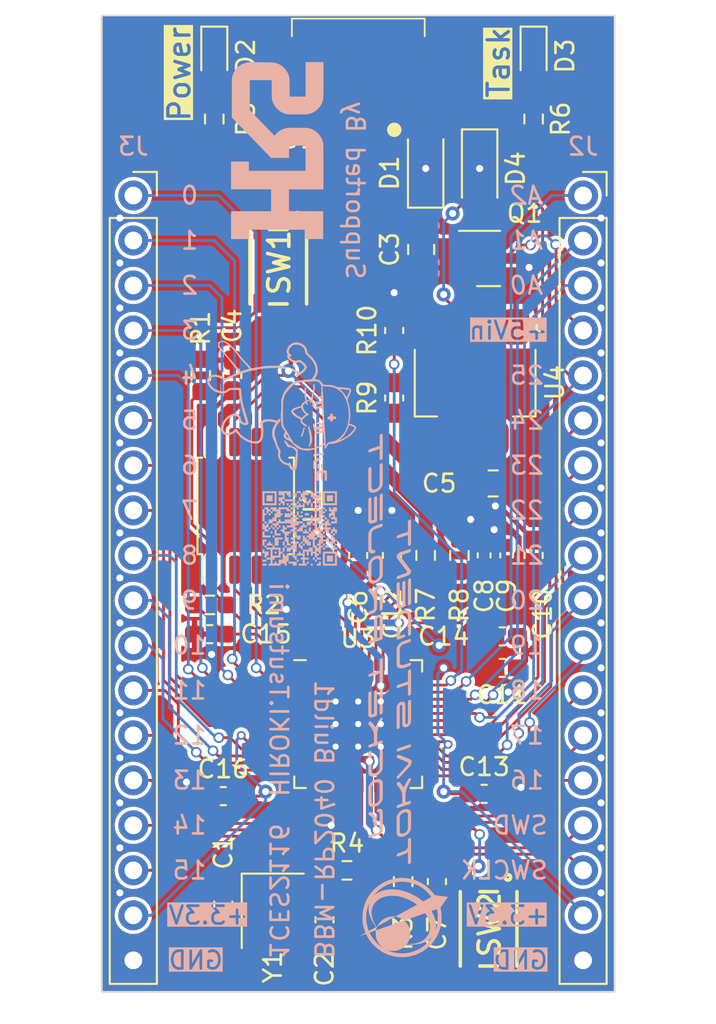
<source format=kicad_pcb>
(kicad_pcb (version 20240108) (generator "pcbnew") (generator_version "8.0")
  (layers (0 "F.Cu" signal) (31 "B.Cu" signal) (34 "B.Paste" user) (35 "F.Paste" user) (36 "B.SilkS" user "B.Silkscreen") (37 "F.SilkS" user "F.Silkscreen") (38 "B.Mask" user) (39 "F.Mask" user) (44 "Edge.Cuts" user))
  (net 0 "")
  (net 1 "XIN")
  (net 2 "GND")
  (net 3 "Net-(C2-Pad1)")
  (net 4 "+3.3V")
  (net 5 "+1V1")
  (net 6 "Net-(D2-A)")
  (net 7 "/~{USB_BOOT}")
  (net 8 "/QSPI_SS")
  (net 9 "RUN")
  (net 10 "XOUT")
  (net 11 "USB_DP")
  (net 12 "USB_DM")
  (net 13 "GPIO25")
  (net 14 "QSPI_SD1")
  (net 15 "QSPI_SD2")
  (net 16 "QSPI_SD0")
  (net 17 "QSPI_SCLK")
  (net 18 "QSPI_SD3")
  (net 19 "GPIO0")
  (net 20 "GPIO1")
  (net 21 "GPIO2")
  (net 22 "GPIO3")
  (net 23 "GPIO4")
  (net 24 "GPIO5")
  (net 25 "GPIO6")
  (net 26 "GPIO7")
  (net 27 "GPIO8")
  (net 28 "GPIO9")
  (net 29 "GPIO10")
  (net 30 "GPIO11")
  (net 31 "GPIO12")
  (net 32 "GPIO13")
  (net 33 "GPIO14")
  (net 34 "GPIO15")
  (net 35 "SWCLK")
  (net 36 "SWD")
  (net 37 "GPIO16")
  (net 38 "GPIO17")
  (net 39 "GPIO18")
  (net 40 "GPIO19")
  (net 41 "GPIO20")
  (net 42 "GPIO21")
  (net 43 "GPIO22")
  (net 44 "GPIO23")
  (net 45 "GPIO24")
  (net 46 "GPIO26_ADC0")
  (net 47 "GPIO27_ADC1")
  (net 48 "GPIO28_ADC2")
  (net 49 "GPIO29_ADC3")
  (net 50 "Net-(U3-USB_DP)")
  (net 51 "Net-(U3-USB_DM)")
  (net 53 "Net-(D3-A)")
  (net 54 "+5V")
  (net 55 "/PchSource-Vin")
  (net 56 "/PchGate-VBUS")
  (footprint "Connector_PinSocket_2.54mm:PinSocket_1x18_P2.54mm_Vertical" (layer "F.Cu") (at 182.88 66.04)
    (property "Reference" "J2")
    (property "Value" "Conn_01x20_Socket")
  )
  (footprint "Diode_SMD:D_SOD-123F" (layer "F.Cu") (at 177.038 64.516 -90)
    (property "Reference" "D4")
    (property "Value" "D_Schottky")
  )
  (footprint "Capacitor_SMD:C_0402_1005Metric_Pad0.74x0.62mm_HandSolder" (layer "F.Cu") (at 178.562 86.36 90)
    (property "Reference" "C9")
    (property "Value" "1u")
  )
  (footprint "LED_SMD:LED_0603_1608Metric_Pad1.05x0.95mm_HandSolder" (layer "F.Cu") (at 180.086 58.166 -90)
    (property "Reference" "D3")
    (property "Value" "LED")
  )
  (footprint "Capacitor_SMD:C_0603_1608Metric_Pad1.08x0.95mm_HandSolder" (layer "F.Cu") (at 172.212 73.66 90)
    (property "Reference" "R10")
    (property "Value" "10k")
  )
  (footprint "Capacitor_SMD:C_0603_1608Metric_Pad1.08x0.95mm_HandSolder" (layer "F.Cu") (at 162.56 99.949 180)
    (property "Reference" "C16")
    (property "Value" "0.1u")
  )
  (footprint "Package_TO_SOT_SMD:SOT-223" (layer "F.Cu") (at 176.784 76.606 -90)
    (property "Reference" "U4")
    (property "Value" "AZ1117-3.3")
  )
  (footprint "Resistor_SMD:R_0603_1608Metric_Pad0.98x0.95mm_HandSolder" (layer "F.Cu") (at 162.052 61.722 90)
    (property "Reference" "R5")
    (property "Value" "100")
  )
  (footprint "Resistor_SMD:R_0603_1608Metric_Pad0.98x0.95mm_HandSolder" (layer "F.Cu") (at 180.086 61.722 90)
    (property "Reference" "R6")
    (property "Value" "100")
  )
  (footprint "Capacitor_SMD:C_0805_2012Metric_Pad1.18x1.45mm_HandSolder" (layer "F.Cu") (at 177.8 82.296 180)
    (property "Reference" "C5")
    (property "Value" "10u")
  )
  (footprint "Capacitor_SMD:C_0603_1608Metric_Pad1.08x0.95mm_HandSolder" (layer "F.Cu") (at 161.798 90.805 180)
    (property "Reference" "C15")
    (property "Value" "0.1u")
  )
  (footprint "Resistor_SMD:R_0603_1608Metric_Pad0.98x0.95mm_HandSolder" (layer "F.Cu") (at 169.545 104.14 180)
    (property "Reference" "R4")
    (property "Value" "~100Max")
  )
  (footprint "Capacitor_SMD:C_0603_1608Metric_Pad1.08x0.95mm_HandSolder" (layer "F.Cu") (at 172.085 86.36 90)
    (property "Reference" "C12")
    (property "Value" "0.1u")
  )
  (footprint "Package_SO:SOIC-8_5.23x5.23mm_P1.27mm" (layer "F.Cu") (at 163.83 83.566 90)
    (property "Reference" "U2")
    (property "Value" "W25Q128JVS")
  )
  (footprint "Capacitor_SMD:C_0603_1608Metric_Pad1.08x0.95mm_HandSolder" (layer "F.Cu") (at 178.308 90.932)
    (property "Reference" "C14")
    (property "Value" "0.1u")
  )
  (footprint "SKRPACE010:SMT_4.2X3.2_" (layer "F.Cu") (at 177.546 107.442 -90)
    (property "Reference" "SW2")
    (property "Value" "SW_MEC_5E" (hide yes))
  )
  (footprint "Capacitor_SMD:C_0603_1608Metric_Pad1.08x0.95mm_HandSolder" (layer "F.Cu") (at 162.56 106.045 -90)
    (property "Reference" "C1")
    (property "Value" "10p")
  )
  (footprint "Capacitor_SMD:C_0603_1608Metric_Pad1.08x0.95mm_HandSolder" (layer "F.Cu") (at 168.275 106.934 90)
    (property "Reference" "C2")
    (property "Value" "10p")
  )
  (footprint "Capacitor_SMD:C_0402_1005Metric_Pad0.74x0.62mm_HandSolder" (layer "F.Cu") (at 177.292 86.36 -90)
    (property "Reference" "C8")
    (property "Value" "1u")
  )
  (footprint "ZX62-B-5PA(33):ZX62B5PA33" (layer "F.Cu") (at 170.185 58.928 180)
    (property "Reference" "J1")
    (property "Value" "USB_B_Micro")
  )
  (footprint "AO3415A:SOT-23" (layer "F.Cu") (at 177.546 69.596)
    (property "Reference" "Q1")
    (property "Value" "PMOS")
  )
  (footprint "Diode_SMD:D_SOD-123F" (layer "F.Cu") (at 173.99 64.516 90)
    (property "Reference" "D1")
    (property "Value" "D_Schottky")
  )
  (footprint "Capacitor_SMD:C_0603_1608Metric_Pad1.08x0.95mm_HandSolder" (layer "F.Cu") (at 177.292 99.822)
    (property "Reference" "C13")
    (property "Value" "0.1u")
  )
  (footprint "Connector_PinSocket_2.54mm:PinSocket_1x18_P2.54mm_Vertical" (layer "F.Cu") (at 157.48 66.04)
    (property "Reference" "J3")
    (property "Value" "Conn_01x20_Socket")
  )
  (footprint "Resistor_SMD:R_0603_1608Metric_Pad0.98x0.95mm_HandSolder" (layer "F.Cu") (at 175.895 86.36 -90)
    (property "Reference" "R8")
    (property "Value" "27.4")
  )
  (footprint "Capacitor_SMD:C_0603_1608Metric_Pad1.08x0.95mm_HandSolder" (layer "F.Cu") (at 172.212 77.47 90)
    (property "Reference" "R9")
    (property "Value" "10k")
  )
  (footprint "RP2040_minimal:RP2040-QFN-56" (layer "F.Cu") (at 170.18 95.8816)
    (property "Reference" "U3")
    (property "Value" "RP2040")
  )
  (footprint "Resistor_SMD:R_0603_1608Metric_Pad0.98x0.95mm_HandSolder" (layer "F.Cu") (at 173.99 86.36 -90)
    (property "Reference" "R7")
    (property "Value" "27.4")
  )
  (footprint "Capacitor_SMD:C_0603_1608Metric_Pad1.08x0.95mm_HandSolder" (layer "F.Cu") (at 174.625 104.775 90)
    (property "Reference" "C7")
    (property "Value" "0.1u")
  )
  (footprint "Capacitor_SMD:C_0603_1608Metric_Pad1.08x0.95mm_HandSolder" (layer "F.Cu") (at 180.086 86.36 90)
    (property "Reference" "C10")
    (property "Value" "0.1u")
  )
  (footprint "Resistor_SMD:R_0603_1608Metric_Pad0.98x0.95mm_HandSolder" (layer "F.Cu") (at 172.72 104.775 -90)
    (property "Reference" "R3")
    (property "Value" "10k")
  )
  (footprint "LED_SMD:LED_0603_1608Metric_Pad1.05x0.95mm_HandSolder" (layer "F.Cu") (at 162.052 58.166 -90)
    (property "Reference" "D2")
    (property "Value" "LED")
  )
  (footprint "SKRPACE010:SMT_4.2X3.2_" (layer "F.Cu") (at 165.667 70.061 -90)
    (property "Reference" "SW1")
    (property "Value" "SW_MEC_5E" (hide yes))
  )
  (footprint "Capacitor_SMD:C_0603_1608Metric_Pad1.08x0.95mm_HandSolder" (layer "F.Cu") (at 178.308 92.71)
    (property "Reference" "C11")
    (property "Value" "0.1u")
  )
  (footprint "Resistor_SMD:R_0603_1608Metric_Pad0.98x0.95mm_HandSolder" (layer "F.Cu") (at 161.798 89.154)
    (property "Reference" "R2")
    (property "Value" "Do Not Fit")
  )
  (footprint "Capacitor_SMD:C_0805_2012Metric_Pad1.18x1.45mm_HandSolder" (layer "F.Cu") (at 173.736 69.088 90)
    (property "Reference" "C3")
    (property "Value" "10u")
  )
  (footprint "Crystal:Crystal_SMD_SeikoEpson_FA238V-4Pin_3.2x2.5mm" (layer "F.Cu") (at 165.354 106.426 -90)
    (property "Reference" "Y1")
    (property "Value" "Crystal_GND24")
  )
  (footprint "Capacitor_SMD:C_0603_1608Metric_Pad1.08x0.95mm_HandSolder" (layer "F.Cu") (at 163.068 76.2 -90)
    (property "Reference" "C4")
    (property "Value" "0.1u")
  )
  (footprint "Resistor_SMD:R_0603_1608Metric_Pad0.98x0.95mm_HandSolder" (layer "F.Cu") (at 161.29 76.2 -90)
    (property "Reference" "R1")
    (property "Value" "1k")
  )
  (footprint "Capacitor_SMD:C_0603_1608Metric_Pad1.08x0.95mm_HandSolder" (layer "F.Cu") (at 170.18 86.36 -90)
    (property "Reference" "C6")
    (property "Value" "0.1u")
  )
  (footprint "LOGO" (layer "B.Cu") (at 166.878 84.836 180)
    (property "Reference" "G***" (hide yes))
    (property "Value" "LOGO" (hide yes))
  )
  (footprint "LOGO" (layer "B.Cu") (at 172.72 94.234 90)
    (property "Reference" "G***" (hide yes))
    (property "Value" "LOGO" (hide yes))
  )
  (footprint "LOGO" (layer "B.Cu") (at 166.116 77.978 90)
    (property "Reference" "G***" (hide yes))
    (property "Value" "LOGO" (hide yes))
  )
  (footprint "LOGO" (layer "B.Cu") (at 165.608 63.5 90)
    (property "Reference" "G***" (hide yes))
    (property "Value" "LOGO" (hide yes))
  )
  (gr_rect (start 155.702 55.88) (end 184.658 110.998) (stroke (width 0.1)) (fill none) (layer "Edge.Cuts"))
  (gr_text "A0" (at 179.705 71.12 0) (layer "B.SilkS") (effects (font (size 1 1) (thickness 0.15) (italic yes)) (justify mirror)))
  (gr_text "+3.3V" (at 180.975 106.68 0) (layer "B.SilkS" knockout) (effects (font (size 1 1)) (justify left mirror)))
  (gr_text "11" (at 160.655 93.98 0) (layer "B.SilkS") (effects (font (size 1 1)) (justify mirror)))
  (gr_text "8" (at 160.655 86.36 0) (layer "B.SilkS") (effects (font (size 1 1)) (justify mirror)))
  (gr_text "SWD" (at 180.975 101.6 0) (layer "B.SilkS") (effects (font (size 1 1)) (justify left mirror)))
  (gr_text "20" (at 179.705 88.9 0) (layer "B.SilkS") (effects (font (size 1 1)) (justify mirror)))
  (gr_text "17" (at 179.705 96.52 0) (layer "B.SilkS") (effects (font (size 1 1)) (justify mirror)))
  (gr_text "25" (at 179.705 76.2 0) (layer "B.SilkS") (effects (font (size 1 1)) (justify mirror)))
  (gr_text "GND" (at 159.385 109.22 0) (layer "B.SilkS" knockout) (effects (font (size 1 1)) (justify right mirror)))
  (gr_text "2" (at 160.655 71.12 0) (layer "B.SilkS") (effects (font (size 1 1)) (justify mirror)))
  (gr_text "+5Vin" (at 180.975 73.66 0) (layer "B.SilkS" knockout) (effects (font (size 1 1)) (justify left mirror)))
  (gr_text "A1" (at 179.705 68.58 0) (layer "B.SilkS") (effects (font (size 1 1) (thickness 0.15) (italic yes)) (justify mirror)))
  (gr_text "13\n" (at 160.655 99.06 0) (layer "B.SilkS") (effects (font (size 1 1)) (justify mirror)))
  (gr_text "7" (at 160.655 83.82 0) (layer "B.SilkS") (effects (font (size 1 1)) (justify mirror)))
  (gr_text "GND" (at 180.975 109.22 0) (layer "B.SilkS" knockout) (effects (font (size 1 1)) (justify left mirror)))
  (gr_text "24" (at 179.705 78.74 0) (layer "B.SilkS") (effects (font (size 1 1)) (justify mirror)))
  (gr_text "10" (at 160.655 91.44 0) (layer "B.SilkS") (effects (font (size 1 1)) (justify mirror)))
  (gr_text "6" (at 160.655 81.28 0) (layer "B.SilkS") (effects (font (size 1 1)) (justify mirror)))
  (gr_text "SWCLK" (at 180.975 104.14 0) (layer "B.SilkS") (effects (font (size 1 1)) (justify left mirror)))
  (gr_text "5" (at 160.655 78.74 0) (layer "B.SilkS") (effects (font (size 1 1)) (justify mirror)))
  (gr_text "4" (at 160.655 76.2 0) (layer "B.SilkS") (effects (font (size 1 1)) (justify mirror)))
  (gr_text "22" (at 179.705 83.82 0) (layer "B.SilkS") (effects (font (size 1 1)) (justify mirror)))
  (gr_text "1CES2116  HIROKI.Tsutsumi" (at 165.1 109.22 270) (layer "B.SilkS") (effects (font (size 1 1)) (justify left bottom mirror)))
  (gr_text "+3.3V" (at 159.385 106.68 0) (layer "B.SilkS" knockout) (effects (font (size 1 1)) (justify right mirror)))
  (gr_text "12" (at 160.655 96.52 0) (layer "B.SilkS") (effects (font (size 1 1)) (justify mirror)))
  (gr_text "21" (at 179.705 86.36 0) (layer "B.SilkS") (effects (font (size 1 1)) (justify mirror)))
  (gr_text "A2" (at 179.705 66.04 0) (layer "B.SilkS") (effects (font (size 1 1) (thickness 0.15) (italic yes)) (justify mirror)))
  (gr_text "3" (at 160.655 73.66 0) (layer "B.SilkS") (effects (font (size 1 1)) (justify mirror)))
  (gr_text "1" (at 160.655 68.58 0) (layer "B.SilkS") (effects (font (size 1 1)) (justify mirror)))
  (gr_text "19" (at 179.705 91.44 0) (layer "B.SilkS") (effects (font (size 1 1)) (justify mirror)))
  (gr_text "16" (at 179.705 99.06 0) (layer "B.SilkS") (effects (font (size 1 1)) (justify mirror)))
  (gr_text "18" (at 179.705 93.98 0) (layer "B.SilkS") (effects (font (size 1 1)) (justify mirror)))
  (gr_text "15" (at 160.655 104.14 0) (layer "B.SilkS") (effects (font (size 1 1)) (justify mirror)))
  (gr_text "23" (at 179.705 81.28 0) (layer "B.SilkS") (effects (font (size 1 1)) (justify mirror)))
  (gr_text "0" (at 160.655 66.04 0) (layer "B.SilkS") (effects (font (size 1 1)) (justify mirror)))
  (gr_text "BBM-RP2040 Build1" (at 167.64 109.22 -90) (layer "B.SilkS") (effects (font (size 1 1)) (justify left bottom mirror)))
  (gr_text "9" (at 160.655 88.9 0) (layer "B.SilkS") (effects (font (size 1 1)) (justify mirror)))
  (gr_text "14" (at 160.655 101.6 0) (layer "B.SilkS") (effects (font (size 1 1)) (justify mirror)))
  (gr_text "Supported By" (at 169.418 70.866 270) (layer "B.SilkS") (effects (font (size 1 1)) (justify left bottom mirror)))
  (gr_text "Power" (at 160.782 59.182 90) (layer "F.SilkS" knockout) (effects (font (size 1.2 1.2) (thickness 0.1875)) (justify bottom)))
  (gr_text "Task" (at 178.816 60.628965 90) (layer "F.SilkS" knockout) (effects (font (size 1.2 1.2) (thickness 0.1875)) (justify left bottom)))
  (segment (start 169.58 101.565) (end 167.513 103.632) (width 0.16) (layer "F.Cu") (net 1))
  (segment (start 164.973 103.632) (end 164.404 104.201) (width 0.16) (layer "F.Cu") (net 1))
  (segment (start 169.58 99.3191) (end 169.58 101.565) (width 0.16) (layer "F.Cu") (net 1))
  (segment (start 162.6035 105.226) (end 162.56 105.1825) (width 0.16) (layer "F.Cu") (net 1))
  (segment (start 167.513 103.632) (end 164.973 103.632) (width 0.16) (layer "F.Cu") (net 1))
  (segment (start 164.404 104.201) (end 164.404 105.226) (width 0.16) (layer "F.Cu") (net 1))
  (segment (start 164.404 105.226) (end 162.6035 105.226) (width 0.16) (layer "F.Cu") (net 1))
  (segment (start 178.1545 83.566) (end 180.086 85.4975) (width 0.25) (layer "F.Cu") (net 2))
  (segment (start 178.562 85.609454) (end 178.562 85.7925) (width 0.16) (layer "F.Cu") (net 2))
  (segment (start 168.885 60.878) (end 168.885 59.715) (width 0.16) (layer "F.Cu") (net 2))
  (segment (start 176.531043 84.328) (end 177.292 85.088957) (width 0.16) (layer "F.Cu") (net 2))
  (segment (start 168.91 58.278) (end 168.985 58.203) (width 0.16) (layer "F.Cu") (net 2))
  (segment (start 179.012462 99.822) (end 178.1545 99.822) (width 0.16) (layer "F.Cu") (net 2))
  (segment (start 166.116 89.408) (end 165.735 89.027) (width 0.16) (layer "F.Cu") (net 2))
  (segment (start 179.1705 93.56573) (end 179.1705 92.71) (width 0.16) (layer "F.Cu") (net 2))
  (segment (start 179.376721 99.457741) (end 179.012462 99.822) (width 0.16) (layer "F.Cu") (net 2))
  (segment (start 165.735 89.027) (end 165.735 87.42) (width 0.16) (layer "F.Cu") (net 2))
  (segment (start 179.578 92.3025) (end 179.197 92.6835) (width 0.4) (layer "F.Cu") (net 2))
  (segment (start 178.659115 94.077115) (end 179.1705 93.56573) (width 0.16) (layer "F.Cu") (net 2))
  (segment (start 179.197 90.9585) (end 179.578 91.3395) (width 0.4) (layer "F.Cu") (net 2))
  (segment (start 177.857773 84.905227) (end 178.562 85.609454) (width 0.16) (layer "F.Cu") (net 2))
  (segment (start 168.91 59.055) (end 168.91 58.278) (width 0.16) (layer "F.Cu") (net 2))
  (segment (start 179.578 91.3395) (end 179.578 92.3025) (width 0.4) (layer "F.Cu") (net 2))
  (segment (start 179.197 92.6835) (end 179.1705 92.71) (width 0.16) (layer "F.Cu") (net 2))
  (segment (start 172.212 72.7975) (end 172.212 71.5264) (width 0.16) (layer "F.Cu") (net 2))
  (segment (start 170.18 85.4975) (end 170.18 83.82) (width 0.16) (layer "F.Cu") (net 2))
  (segment (start 176.7625 82.4015) (end 177.927 83.566) (width 0.16) (layer "F.Cu") (net 2))
  (segment (start 179.1705 90.932) (end 179.197 90.9585) (width 0.16) (layer "F.Cu") (net 2))
  (segment (start 169.18 101.076) (end 168.656 101.6) (width 0.16) (layer "F.Cu") (net 2))
  (segment (start 169.18 99.3191) (end 169.18 101.076) (width 0.16) (layer "F.Cu") (net 2))
  (segment (start 176.7625 82.296) (end 176.7625 82.4015) (width 0.16) (layer "F.Cu") (net 2))
  (segment (start 177.927 83.566) (end 178.1545 83.566) (width 0.25) (layer "F.Cu") (net 2))
  (segment (start 177.292 85.088957) (end 177.292 85.7925) (width 0.16) (layer "F.Cu") (net 2))
  (segment (start 172.085 85.4975) (end 172.085 83.82) (width 0.16) (layer "F.Cu") (net 2))
  (segment (start 168.885 60.878) (end 168.885 62.459) (width 0.16) (layer "F.Cu") (net 2))
  (via (at 168.656 101.6) (size 0.6) (drill 0.4) (layers "F.Cu" "B.Cu") (net 2))
  (via (at 183.896 100.33) (size 0.6) (drill 0.4) (layers "F.Cu" "B.Cu") (net 2))
  (via (at 156.718 95.25) (size 0.6) (drill 0.4) (layers "F.Cu" "B.Cu") (net 2))
  (via (at 183.896 69.85) (size 0.6) (drill 0.4) (layers "F.Cu" "B.Cu") (net 2))
  (via (at 183.896 92.71) (size 0.6) (drill 0.4) (layers "F.Cu" "B.Cu") (net 2))
  (via (at 160.4772 99.1616) (size 0.8) (drill 0.4) (layers "F.Cu" "B.Cu") (net 2))
  (via (at 156.718 69.85) (size 0.6) (drill 0.4) (layers "F.Cu" "B.Cu") (net 2))
  (via (at 183.896 77.47) (size 0.6) (drill 0.4) (layers "F.Cu" "B.Cu") (net 2))
  (via (at 156.718 90.17) (size 0.6) (drill 0.4) (layers "F.Cu" "B.Cu") (net 2))
  (via (at 183.896 90.17) (size 0.6) (drill 0.4) (layers "F.Cu" "B.Cu") (net 2))
  (via (at 156.718 102.87) (size 0.6) (drill 0.4) (layers "F.Cu" "B.Cu") (net 2))
  (via (at 179.832 70.104) (size 0.6) (drill 0.4) (layers "F.Cu" "B.Cu") (net 2))
  (via (at 183.896 72.39) (size 0.6) (drill 0.4) (layers "F.Cu" "B.Cu") (net 2))
  (via (at 156.718 77.47) (size 0.6) (drill 0.4) (layers "F.Cu" "B.Cu") (net 2))
  (via (at 177.857773 84.905227) (size 0.6) (drill 0.4) (layers "F.Cu" "B.Cu") (net 2))
  (via (at 183.896 95.25) (size 0.6) (drill 0.4) (layers "F.Cu" "B.Cu") (net 2))
  (via (at 172.212 71.5264) (size 0.6) (drill 0.4) (layers "F.Cu" "B.Cu") (net 2))
  (via (at 156.718 80.01) (size 0.6) (drill 0.4) (layers "F.Cu" "B.Cu") (net 2))
  (via (at 177.927 83.566) (size 0.6) (drill 0.4) (layers "F.Cu" "B.Cu") (net 2))
  (via (at 156.718 92.71) (size 0.6) (drill 0.4) (layers "F.Cu" "B.Cu") (net 2))
  (via (at 179.376721 99.457741) (size 0.6) (drill 0.4) (layers "F.Cu" "B.Cu") (net 2))
  (via (at 156.718 85.09) (size 0.6) (drill 0.4) (layers "F.Cu" "B.Cu") (net 2))
  (via (at 183.896 105.41) (size 0.6) (drill 0.4) (layers "F.Cu" "B.Cu") (net 2))
  (via (at 178.659115 94.077115) (size 0.6) (drill 0.4) (layers "F.Cu" "B.Cu") (net 2))
  (via (at 156.718 87.63) (size 0.6) (drill 0.4) (layers "F.Cu" "B.Cu") (net 2))
  (via (at 156.718 74.93) (size 0.6) (drill 0.4) (layers "F.Cu" "B.Cu") (net 2))
  (via (at 176.531043 84.328) (size 0.6) (drill 0.4) (layers "F.Cu" "B.Cu") (net 2))
  (via (at 156.718 72.39) (size 0.6) (drill 0.4) (layers "F.Cu" "B.Cu") (net 2))
  (via (at 156.718 100.33) (size 0.6) (drill 0.4) (layers "F.Cu" "B.Cu") (net 2))
  (via (at 156.718 82.55) (size 0.6) (drill 0.4) (layers "F.Cu" "B.Cu") (net 2))
  (via (at 183.896 87.63) (size 0.6) (drill 0.4) (layers "F.Cu" "B.Cu") (net 2))
  (via (at 166.116 89.408) (size 0.8) (drill 0.4) (layers "F.Cu" "B.Cu") (net 2))
  (via (at 183.896 102.87) (size 0.6) (drill 0.4) (layers "F.Cu" "B.Cu") (net 2))
  (via (at 156.718 105.41) (size 0.6) (drill 0.4) (layers "F.Cu" "B.Cu") (net 2))
  (via (at 183.896 80.01) (size 0.6) (drill 0.4) (layers "F.Cu" "B.Cu") (net 2))
  (via (at 183.896 85.09) (size 0.6) (drill 0.4) (layers "F.Cu" "B.Cu") (net 2))
  (via (at 183.896 74.93) (size 0.6) (drill 0.4) (layers "F.Cu" "B.Cu") (net 2))
  (via (at 173.99 64.516) (size 0.8) (drill 0.4) (layers "F.Cu" "B.Cu") (net 2))
  (via (at 183.896 97.79) (size 0.6) (drill 0.4) (layers "F.Cu" "B.Cu") (net 2))
  (via (at 177.038 64.516) (size 0.8) (drill 0.4) (layers "F.Cu" "B.Cu") (net 2))
  (via (at 161.8996 91.948) (size 0.6) (drill 0.4) (layers "F.Cu" "B.Cu") (net 2))
  (via (at 170.18 83.82) (size 0.8) (drill 0.4) (layers "F.Cu" "B.Cu") (net 2))
  (via (at 172.085 83.82) (size 0.8) (drill 0.4) (layers "F.Cu" "B.Cu") (net 2))
  (via (at 183.896 67.31) (size 0.6) (drill 0.4) (layers "F.Cu" "B.Cu") (net 2))
  (via (at 156.718 97.79) (size 0.6) (drill 0.4) (layers "F.Cu" "B.Cu") (net 2))
  (via (at 156.718 67.31) (size 0.6) (drill 0.4) (layers "F.Cu" "B.Cu") (net 2))
  (via (at 183.896 82.55) (size 0.6) (drill 0.4) (layers "F.Cu" "B.Cu") (net 2))
  (segment (start 170.4575 105.614) (end 168.275 107.7965) (width 0.16) (layer "F.Cu") (net 3))
  (segment (start 170.4575 104.14) (end 170.4575 105.614) (width 0.16) (layer "F.Cu") (net 3))
  (segment (start 168.275 107.7965) (end 166.4745 107.7965) (width 0.16) (layer "F.Cu") (net 3))
  (segment (start 166.4745 107.7965) (end 166.304 107.626) (width 0.16) (layer "F.Cu") (net 3))
  (segment (start 170.38 98.752) (end 170.18 98.552) (width 0.16) (layer "F.Cu") (net 4))
  (segment (start 161.0095 89.154) (end 162.6605 90.805) (width 0.16) (layer "F.Cu") (net 4))
  (segment (start 172.085 88.519) (end 172.085 87.2225) (width 0.16) (layer "F.Cu") (net 4))
  (segment (start 170.38 92.4441) (end 170.38 93.2148) (width 0.16) (layer "F.Cu") (net 4))
  (segment (start 163.576 96.52) (end 163.9376 96.8816) (width 0.16) (layer "F.Cu") (net 4))
  (segment (start 168.148 66.548) (end 166.0125 64.4125) (width 0.25) (layer "F.Cu") (net 4))
  (segment (start 163.2185 64.4125) (end 162.052 63.246) (width 0.25) (layer "F.Cu") (net 4))
  (segment (start 164.465 90.805) (end 162.6605 90.805) (width 0.16) (layer "F.Cu") (net 4))
  (segment (start 173.8376 91.44) (end 172.8335 92.4441) (width 0.16) (layer "F.Cu") (net 4))
  (segment (start 172.8735 78.3325) (end 172.212 78.3325) (width 1) (layer "F.Cu") (net 4))
  (segment (start 170.38 98.814908) (end 170.38 99.3191) (width 0.16) (layer "F.Cu") (net 4))
  (segment (start 171.175 89.429) (end 171.175 88.667) (width 0.16) (layer "F.Cu") (net 4))
  (segment (start 175.006 92.71) (end 177.4455 92.71) (width 0.16) (layer "F.Cu") (net 4))
  (segment (start 164.973 76.2) (end 164.1105 77.0625) (width 0.16) (layer "F.Cu") (net 4))
  (segment (start 170.38 99.3191) (end 170.38 102.054) (width 0.16) (layer "F.Cu") (net 4))
  (segment (start 167.246692 96.8816) (end 166.7425 96.8816) (width 0.16) (layer "F.Cu") (net 4))
  (segment (start 165.1 91.44) (end 164.465 90.805) (width 0.16) (layer "F.Cu") (net 4))
  (segment (start 172.78 92.4441) (end 172.38 92.4441) (width 0.16) (layer "F.Cu") (net 4))
  (segment (start 175.514 67.056) (end 176.4 66.17) (width 0.16) (layer "F.Cu") (net 4))
  (segment (start 173.13705 93.2816) (end 172.78 92.92455) (width 0.16) (layer "F.Cu") (net 4))
  (segment (start 161.754 80.22) (end 161.925 80.22) (width 0.16) (layer "F.Cu") (net 4))
  (segment (start 172.8335 92.4441) (end 172.78 92.4441) (width 0.16) (layer "F.Cu") (net 4))
  (segment (start 175.006 92.71) (end 175.006 92.964) (width 0.16) (layer "F.Cu") (net 4))
  (segment (start 164.1105 77.0625) (end 163.068 77.0625) (width 0.16) (layer "F.Cu") (net 4))
  (segment (start 175.006 71.628) (end 175.006 71.78) (width 0.16) (layer "F.Cu") (net 4))
  (segment (start 175.26 97.028) (end 175.1136 96.8816) (width 0.16) (layer "F.Cu") (net 4))
  (segment (start 176.784 73.304) (end 176.784 74.422) (width 1) (layer "F.Cu") (net 4))
  (segment (start 173.863 90.7542) (end 175.9458 90.7542) (width 0.16) (layer "F.Cu") (net 4))
  (segment (start 170.38 102.054) (end 172.1885 103.8625) (width 0.16) (layer "F.Cu") (net 4))
  (segment (start 172.38 92.2372) (end 173.863 90.7542) (width 0.16) (layer "F.Cu") (net 4))
  (segment (start 161.925 78.2055) (end 163.068 77.0625) (width 0.25) (layer "F.Cu") (net 4))
  (segment (start 161.925 80.22) (end 161.925 78.2055) (width 0.25) (layer "F.Cu") (net 4))
  (segment (start 164.6936 99.949) (end 163.4225 99.949) (width 0.16) (layer "F.Cu") (net 4))
  (segment (start 174.752 91.44) (end 176.9375 91.44) (width 0.16) (layer "F.Cu") (net 4))
  (segment (start 160.8855 89.154) (end 161.0095 89.154) (width 0.16) (layer "F.Cu") (net 4))
  (segment (start 173.6175 93.2816) (end 173.13705 93.2816) (width 0.16) (layer "F.Cu") (net 4))
  (segment (start 170.8 92.4241) (end 170.8 90.644) (width 0.16) (layer "F.Cu") (net 4))
  (segment (start 174.752 91.44) (end 173.8376 91.44) (width 0.16) (layer "F.Cu") (net 4))
  (segment (start 171.175 88.667) (end 171.45 88.392) (width 0.16) (layer "F.Cu") (net 4))
  (segment (start 170.78 92.4441) (end 170.78 93.2084) (width 0.16) (layer "F.Cu") (net 4))
  (segment (start 170.38 92.4441) (end 170.38 90.224) (width 0.16) (layer "F.Cu") (net 4))
  (segment (start 167.602 93.2816) (end 167.64 93.3196) (width 0.16) (layer "F.Cu") (net 4))
  (segment (start 164.9476 99.695) (end 164.9476 99.8474) (width 0.16) (layer "F.Cu") (net 4))
  (segment (start 172.212 78.3325) (end 172.3125 78.3325) (width 1) (layer "F.Cu") (net 4))
  (segment (start 170.8 90.644) (end 170.38 90.224) (width 0.16) (layer "F.Cu") (net 4))
  (segment (start 165.6716 93.2816) (end 165.1 92.71) (width 0.16) (layer "F.Cu") (net 4))
  (segment (start 175.133 99.822) (end 176.4295 99.822) (width 0.16) (layer "F.Cu") (net 4))
  (segment (start 176.4 66.17) (end 177.038 66.17) (width 0.16) (layer "F.Cu") (net 4))
  (segment (start 177.4455 90.932) (end 180.086 88.2915) (width 0.16) (layer "F.Cu") (net 4))
  (segment (start 166.0125 64.4125) (end 163.2185 64.4125) (width 0.25) (layer "F.Cu") (net 4))
  (segment (start 170.38 90.224) (end 172.085 88.519) (width 0.16) (layer "F.Cu") (net 4))
  (segment (start 175.006 99.695) (end 175.133 99.822) (width 0.16) (layer "F.Cu") (net 4))
  (segment (start 166.37 75.819) (end 166.37 74.93) (width 0.25) (layer "F.Cu") (net 4))
  (segment (start 164.9476 99.695) (end 164.6936 99.949) (width 0.16) (layer "F.Cu") (net 4))
  (segment (start 172.1885 103.8625) (end 172.72 103.8625) (width 0.16) (layer "F.Cu") (net 4))
  (segment (start 174.6884 93.2816) (end 173.6175 93.2816) (width 0.16) (layer "F.Cu") (net 4))
  (segment (start 166.7425 96.8816) (end 167.5952 96.8816) (width 0.16) (layer "F.Cu") (net 4))
  (segment (start 176.9375 91.44) (end 177.4455 90.932) (width 0.16) (layer "F.Cu") (net 4))
  (segment (start 170.942 89.662) (end 171.175 89.429) (width 0.16) (layer "F.Cu") (net 4))
  (segment (start 170.78 92.4441) (end 170.8 92.4241) (width 0.16) (layer "F.Cu") (net 4))
  (segment (start 170.38 93.2148) (end 170.3832 93.218) (width 0.16) (layer "F.Cu") (net 4))
  (segment (start 168.148 73.152) (end 168.148 66.548) (width 0.25) (layer "F.Cu") (net 4))
  (segment (start 166.7425 93.2816) (end 165.6716 93.2816) (width 0.16) (layer "F.Cu") (net 4))
  (segment (start 163.9376 96.8816) (end 166.7425 96.8816) (width 0.16) (layer "F.Cu") (net 4))
  (segment (start 180.086 88.2915) (end 180.086 87.2225) (width 0.16) (layer "F.Cu") (net 4))
  (segment (start 175.9458 90.7542) (end 178.562 88.138) (width 0.16) (layer "F.Cu") (net 4))
  (segment (start 176.784 74.422) (end 172.8735 78.3325) (width 1) (layer "F.Cu") (net 4))
  (segment (start 167.5952 96.8816) (end 167.6146 96.901) (width 0.16) (layer "F.Cu") (net 4))
  (segment (start 175.006 92.964) (end 174.6884 93.2816) (width 0.16) (layer "F.Cu") (net 4))
  (segment (start 166.243 75.946) (end 166.37 75.819) (width 0.25) (layer "F.Cu") (net 4))
  (segment (start 172.78 92.92455) (end 172.78 92.4441) (width 0.16) (layer "F.Cu") (net 4))
  (segment (start 166.243 75.946) (end 165.989 76.2) (width 0.16) (layer "F.Cu") (net 4))
  (segment (start 166.7425 93.2816) (end 167.602 93.2816) (width 0.16) (layer "F.Cu") (net 4))
  (segment (start 165.989 76.2) (end 164.973 76.2) (width 0.16) (layer "F.Cu") (net 4))
  (segment (start 170.38 99.3191) (end 170.38 98.752) (width 0.16) (layer "F.Cu") (net 4))
  (segment (start 178.562 88.138) (end 178.562 86.9275) (width 0.16) (layer "F.Cu") (net 4))
  (segment (start 165.1 92.71) (end 165.1 91.44) (width 0.16) (layer "F.Cu") (net 4))
  (segment (start 175.1136 96.8816) (end 173.6175 96.8816) (width 0.16) (layer "F.Cu") (net 4))
  (segment (start 166.37 74.93) (end 168.148 73.152) (width 0.25) (layer "F.Cu") (net 4))
  (segment (start 172.38 92.4441) (end 172.38 92.2372) (width 0.16) (layer "F.Cu") (net 4))
  (segment (start 175.006 71.78) (end 176.784 73.558) (width 0.16) (layer "F.Cu") (net 4))
  (segment (start 162.052 63.246) (end 162.052 62.6345) (width 0.25) (layer "F.Cu") (net 4))
  (via (at 175.26 97.028) (size 0.5) (drill 0.3) (layers "F.Cu" "B.Cu") (net 4))
  (via (at 171.45 88.392) (size 0.6) (drill 0.4) (layers "F.Cu" "B.Cu") (net 4))
  (via (at 175.006 92.71) (size 0.6) (drill 0.4) (layers "F.Cu" "B.Cu") (net 4))
  (via (at 175.006 99.695) (size 0.8) (drill 0.4) (layers "F.Cu" "B.Cu") (net 4))
  (via (at 163.576 96.52) (size 0.5) (drill 0.3) (layers "F.Cu" "B.Cu") (net 4))
  (via (at 174.752 91.44) (size 0.8) (drill 0.4) (layers "F.Cu" "B.Cu") (net 4))
  (via (at 166.243 75.946) (size 0.8) (drill 0.4) (layers "F.Cu" "B.Cu") (net 4))
  (via (at 164.9476 99.695) (size 0.8) (drill 0.4) (layers "F.Cu" "B.Cu") (net 4))
  (via (at 175.514 67.056) (size 0.8) (drill 0.4) (layers "F.Cu" "B.Cu") (net 4))
  (via (at 175.006 71.628) (size 0.8) (drill 0.4) (layers "F.Cu" "B.Cu") (net 4))
  (segment (start 163.576 96.52) (end 163.322 96.774) (width 0.16) (layer "B.Cu") (net 4))
  (segment (start 171.704 88.392) (end 171.45 88.392) (width 0.16) (layer "B.Cu") (net 4))
  (segment (start 175.006 67.564) (end 175.006 71.628) (width 0.16) (layer "B.Cu") (net 4))
  (segment (start 158.496 106.68) (end 164.9476 100.2284) (width 0.16) (layer "B.Cu") (net 4))
  (segment (start 167.894 84.836) (end 171.45 88.392) (width 0.16) (layer "B.Cu") (net 4))
  (segment (start 175.006 92.71) (end 174.68 93.036) (width 0.16) (layer "B.Cu") (net 4))
  (segment (start 166.243 75.946) (end 167.894 77.597) (width 0.16) (layer "B.Cu") (net 4))
  (segment (start 167.894 77.597) (end 167.894 84.836) (width 0.16) (layer "B.Cu") (net 4))
  (segment (start 182.88 106.553) (end 182.88 106.68) (width 0.16) (layer "B.Cu") (net 4))
  (segment (start 175.006 97.282) (end 175.26 97.028) (width 0.16) (layer "B.Cu") (net 4))
  (segment (start 163.322 98.0694) (end 164.9476 99.695) (width 0.16) (layer "B.Cu") (net 4))
  (segment (start 163.322 96.774) (end 163.322 98.0694) (width 0.16) (layer "B.Cu") (net 4))
  (segment (start 174.68 96.448) (end 175.26 97.028) (width 0.16) (layer "B.Cu") (net 4))
  (segment (start 174.68 93.036) (end 174.68 96.448) (width 0.16) (layer "B.Cu") (net 4))
  (segment (start 157.48 106.68) (end 158.496 106.68) (width 0.16) (layer "B.Cu") (net 4))
  (segment (start 175.006 99.695) (end 176.022 99.695) (width 0.16) (layer "B.Cu") (net 4))
  (segment (start 175.514 67.056) (end 175.006 67.564) (width 0.16) (layer "B.Cu") (net 4))
  (segment (start 174.752 91.44) (end 171.704 88.392) (width 0.16) (layer "B.Cu") (net 4))
  (segment (start 164.9476 100.2284) (end 164.9476 99.695) (width 0.16) (layer "B.Cu") (net 4))
  (segment (start 176.022 99.695) (end 182.88 106.553) (width 0.16) (layer "B.Cu") (net 4))
  (segment (start 163.576 96.52) (end 163.449 96.52) (width 0.16) (layer "B.Cu") (net 4))
  (segment (start 175.006 99.695) (end 175.006 97.282) (width 0.16) (layer "B.Cu") (net 4))
  (segment (start 171.98 92.4441) (end 171.98 91.416884) (width 0.16) (layer "F.Cu") (net 5))
  (segment (start 171.98 91.416884) (end 172.466 90.930884) (width 0.16) (layer "F.Cu") (net 5))
  (segment (start 171.196 101.854) (end 172.212 102.87) (width 0.16) (layer "F.Cu") (net 5))
  (segment (start 170 92.4241) (end 170 91.919908) (width 0.16) (layer "F.Cu") (net 5))
  (segment (start 170.18 89.661442) (end 170.18 87.2225) (width 0.16) (layer "F.Cu") (net 5))
  (segment (start 173.5825 102.87) (end 174.625 103.9125) (width 0.16) (layer "F.Cu") (net 5))
  (segment (start 172.466 90.930884) (end 172.466 90.17) (width 0.16) (layer "F.Cu") (net 5))
  (segment (start 177.292 88.773) (end 177.292 86.9275) (width 0.16) (layer "F.Cu") (net 5))
  (segment (start 172.212 102.87) (end 173.5825 102.87) (width 0.16) (layer "F.Cu") (net 5))
  (segment (start 170.02 91.899908) (end 170.02 89.821442) (width 0.16) (layer "F.Cu") (net 5))
  (segment (start 173.226884 90.17) (end 175.895 90.17) (width 0.16) (layer "F.Cu") (net 5))
  (segment (start 170.02 89.821442) (end 170.18 89.661442) (width 0.16) (layer "F.Cu") (net 5))
  (segment (start 171.98 92.948292) (end 171.98 92.4441) (width 0.16) (layer "F.Cu") (net 5))
  (segment (start 169.5895 87.795) (end 170.1355 87.249) (width 0.16) (layer "F.Cu") (net 5))
  (segment (start 170.78 101.438) (end 171.196 101.854) (width 0.16) (layer "F.Cu") (net 5))
  (segment (start 169.98 92.4441) (end 170 92.4241) (width 0.16) (layer "F.Cu") (net 5))
  (segment (start 170.78 99.3191) (end 170.78 101.438) (width 0.16) (layer "F.Cu") (net 5))
  (segment (start 169.5895 89.027) (end 169.5895 87.795) (width 0.16) (layer "F.Cu") (net 5))
  (segment (start 175.895 90.17) (end 177.292 88.773) (width 0.16) (layer "F.Cu") (net 5))
  (segment (start 170 91.919908) (end 170.02 91.899908) (width 0.16) (layer "F.Cu") (net 5))
  (segment (start 171.98 91.416884) (end 173.226884 90.17) (width 0.16) (layer "F.Cu") (net 5))
  (via (at 171.45 93.726) (size 0.6) (drill 0.4) (layers "F.Cu" "B.Cu") (net 5))
  (via (at 170.815 97.9811) (size 0.6) (drill 0.4) (layers "F.Cu" "B.Cu") (net 5))
  (via (at 169.5895 89.027) (size 0.6) (drill 0.4) (layers "F.Cu" "B.Cu") (net 5))
  (via (at 172.466 90.17) (size 0.6) (drill 0.4) (layers "F.Cu" "B.Cu") (net 5))
  (via (at 171.196 101.854) (size 0.6) (drill 0.4) (layers "F.Cu" "B.Cu") (net 5))
  (segment (start 170.7325 90.17) (end 169.5895 89.027) (width 0.4) (layer "B.Cu") (net 5))
  (segment (start 169.5895 89.027) (end 169.5895 90.3415) (width 0.4) (layer "B.Cu") (net 5))
  (segment (start 170.815 101.473) (end 171.196 101.854) (width 0.4) (layer "B.Cu") (net 5))
  (segment (start 171.45 92.202) (end 171.45 93.726) (width 0.4) (layer "B.Cu") (net 5))
  (segment (start 172.466 90.17) (end 170.7325 90.17) (width 0.4) (layer "B.Cu") (net 5))
  (segment (start 170.815 97.9811) (end 170.815 101.473) (width 0.4) (layer "B.Cu") (net 5))
  (segment (start 169.5895 90.3415) (end 171.45 92.202) (width 0.4) (layer "B.Cu") (net 5))
  (segment (start 162.052 60.8095) (end 162.052 59.041) (width 0.25) (layer "F.Cu") (net 6))
  (segment (start 161.29 75.2875) (end 161.29 74.0175) (width 0.16) (layer "F.Cu") (net 7))
  (segment (start 163.4565 73.5095) (end 164.533 72.433) (width 0.16) (layer "F.Cu") (net 7))
  (segment (start 164.533 72.433) (end 164.533 68.283) (width 0.4) (layer "F.Cu") (net 7))
  (segment (start 161.798 73.5095) (end 163.4565 73.5095) (width 0.16) (layer "F.Cu") (net 7))
  (segment (start 161.29 74.0175) (end 161.798 73.5095) (width 0.16) (layer "F.Cu") (net 7))
  (segment (start 167.215884 90.89) (end 165.059116 90.89) (width 0.16) (layer "F.Cu") (net 8))
  (segment (start 161.925 88.3685) (end 161.925 87.166) (width 0.16) (layer "F.Cu") (net 8))
  (segment (start 162.7105 89.154) (end 161.925 88.3685) (width 0.16) (layer "F.Cu") (net 8))
  (segment (start 161.925 87.166) (end 161.925 85.725) (width 0.16) (layer "F.Cu") (net 8))
  (segment (start 164.0015 90.445) (end 162.7105 89.154) (width 0.16) (layer "F.Cu") (net 8))
  (segment (start 161.925 85.725) (end 160.782 84.582) (width 0.16) (layer "F.Cu") (net 8))
  (segment (start 160.782 84.582) (end 160.782 77.6205) (width 0.16) (layer "F.Cu") (net 8))
  (segment (start 167.58 91.254116) (end 167.215884 90.89) (width 0.16) (layer "F.Cu") (net 8))
  (segment (start 160.782 77.6205) (end 161.29 77.1125) (width 0.16) (layer "F.Cu") (net 8))
  (segment (start 164.614116 90.445) (end 164.0015 90.445) (width 0.16) (layer "F.Cu") (net 8))
  (segment (start 167.58 92.4441) (end 167.58 91.254116) (width 0.16) (layer "F.Cu") (net 8))
  (segment (start 165.059116 90.89) (end 164.614116 90.445) (width 0.16) (layer "F.Cu") (net 8))
  (segment (start 171.98 100.476768) (end 171.98 99.3191) (width 0.16) (layer "F.Cu") (net 9))
  (segment (start 172.72 107.823) (end 174.414 109.517) (width 0.25) (layer "F.Cu") (net 9))
  (segment (start 176.7605 103.9095) (end 176.471 104.199) (width 0.16) (layer "F.Cu") (net 9))
  (segment (start 174.414 109.517) (end 176.471 109.517) (width 0.25) (layer "F.Cu") (net 9))
  (segment (start 177.038 102.108) (end 176.72 101.79) (width 0.16) (layer "F.Cu") (net 9))
  (segment (start 176.974466 103.9095) (end 176.7605 103.9095) (width 0.16) (layer "F.Cu") (net 9))
  (segment (start 176.471 109.517) (end 176.471 104.199) (width 0.25) (layer "F.Cu") (net 9))
  (segment (start 176.72 101.79) (end 173.293232 101.79) (width 0.16) (layer "F.Cu") (net 9))
  (segment (start 173.293232 101.79) (end 171.98 100.476768) (width 0.16) (layer "F.Cu") (net 9))
  (segment (start 172.72 105.6875) (end 172.72 107.823) (width 0.25) (layer "F.Cu") (net 9))
  (via (at 176.974466 103.9095) (size 0.8) (drill 0.4) (layers "F.Cu" "B.Cu") (net 9))
  (via (at 177.038 102.108) (size 0.6) (drill 0.4) (layers "F.Cu" "B.Cu") (net 9))
  (segment (start 176.974466 103.9095) (end 177.038 103.845966) (width 0.16) (layer "B.Cu") (net 9))
  (segment (start 177.038 103.845966) (end 177.038 102.108) (width 0.16) (layer "B.Cu") (net 9))
  (segment (start 169.98 99.3191) (end 169.98 102.67) (width 0.16) (layer "F.Cu") (net 10))
  (segment (start 168.6325 104.0175) (end 168.6325 104.14) (width 0.16) (layer "F.Cu") (net 10))
  (segment (start 169.98 102.67) (end 168.6325 104.0175) (width 0.16) (layer "F.Cu") (net 10))
  (segment (start 173.99 85.4475) (end 173.99 83.82) (width 0.8) (layer "F.Cu") (net 11))
  (segment (start 173.99 83.82) (end 170.18 80.01) (width 0.8) (layer "F.Cu") (net 11))
  (segment (start 169.926 79.746) (end 169.926 62.738) (width 0.8) (layer "F.Cu") (net 11))
  (segment (start 170.185 80.005) (end 169.926 79.746) (width 0.8) (layer "F.Cu") (net 11))
  (segment (start 169.926 62.738) (end 169.926 61.976) (width 0.4) (layer "F.Cu") (net 11))
  (segment (start 169.926 61.976) (end 170.185 61.717) (width 0.4) (layer "F.Cu") (net 11))
  (segment (start 170.185 61.717) (end 170.185 60.878) (width 0.4) (layer "F.Cu") (net 11))
  (segment (start 175.631043 85.183543) (end 175.631043 83.733843) (width 0.8) (layer "F.Cu") (net 12))
  (segment (start 170.926 62.754) (end 170.942 62.738) (width 0.8) (layer "F.Cu") (net 12))
  (segment (start 170.926 79.0288) (end 170.926 62.754) (width 0.8) (layer "F.Cu") (net 12))
  (segment (start 175.631043 83.733843) (end 170.926 79.0288) (width 0.8) (layer "F.Cu") (net 12))
  (segment (start 170.835 62.631) (end 170.942 62.738) (width 0.4) (layer "F.Cu") (net 12))
  (segment (start 175.895 85.4475) (end 175.631043 85.183543) (width 0.8) (layer "F.Cu") (net 12))
  (segment (start 170.835 60.878) (end 170.835 62.631) (width 0.4) (layer "F.Cu") (net 12))
  (segment (start 180.594 74.676) (end 180.594 66.802) (width 0.16) (layer "F.Cu") (net 13))
  (segment (start 182.88 76.2) (end 182.118 76.2) (width 0.16) (layer "F.Cu") (net 13))
  (segment (start 176.8156 95.2816) (end 173.6175 95.2816) (width 0.16) (layer "F.Cu") (net 13))
  (segment (start 177.038 95.504) (end 176.8156 95.2816) (width 0.16) (layer "F.Cu") (net 13))
  (segment (start 180.594 66.802) (end 180.086 66.294) (width 0.16) (layer "F.Cu") (net 13))
  (segment (start 180.086 66.294) (end 180.086 62.6345) (width 0.16) (layer "F.Cu") (net 13))
  (segment (start 182.118 76.2) (end 180.594 74.676) (width 0.16) (layer "F.Cu") (net 13))
  (via (at 177.038 95.504) (size 0.6) (drill 0.4) (layers "F.Cu" "B.Cu") (net 13))
  (segment (start 180.086 93.469768) (end 180.086 78.994) (width 0.16) (layer "B.Cu") (net 13))
  (segment (start 177.038 95.504) (end 178.051768 95.504) (width 0.16) (layer "B.Cu") (net 13))
  (segment (start 180.086 78.994) (end 182.88 76.2) (width 0.16) (layer "B.Cu") (net 13))
  (segment (start 178.051768 95.504) (end 180.086 93.469768) (width 0.16) (layer "B.Cu") (net 13))
  (segment (start 167.98 91.145) (end 167.365 90.53) (width 0.16) (layer "F.Cu") (net 14))
  (segment (start 163.195 88.265) (end 163.195 87.42) (width 0.16) (layer "F.Cu") (net 14))
  (segment (start 167.98 92.4441) (end 167.98 91.145) (width 0.16) (layer "F.Cu") (net 14))
  (segment (start 165.46 90.53) (end 163.195 88.265) (width 0.16) (layer "F.Cu") (net 14))
  (segment (start 167.365 90.53) (end 165.46 90.53) (width 0.16) (layer "F.Cu") (net 14))
  (segment (start 164.465 88.9) (end 164.465 87.42) (width 0.16) (layer "F.Cu") (net 15))
  (segment (start 167.64 90.17) (end 165.735 90.17) (width 0.16) (layer "F.Cu") (net 15))
  (segment (start 168.38 92.4441) (end 168.38 90.91) (width 0.16) (layer "F.Cu") (net 15))
  (segment (start 168.38 90.91) (end 167.64 90.17) (width 0.16) (layer "F.Cu") (net 15))
  (segment (start 165.735 90.17) (end 164.465 88.9) (width 0.16) (layer "F.Cu") (net 15))
  (segment (start 167.64 89.535) (end 168.78 90.675) (width 0.16) (layer "F.Cu") (net 16))
  (segment (start 165.735 80.22) (end 165.735 78.74) (width 0.16) (layer "F.Cu") (net 16))
  (segment (start 167.005 78.105) (end 167.64 78.74) (width 0.16) (layer "F.Cu") (net 16))
  (segment (start 165.735 78.74) (end 166.37 78.105) (width 0.16) (layer "F.Cu") (net 16))
  (segment (start 166.37 78.105) (end 167.005 78.105) (width 0.16) (layer "F.Cu") (net 16))
  (segment (start 168.78 90.675) (end 168.78 92.4441) (width 0.16) (layer "F.Cu") (net 16))
  (segment (start 167.64 78.74) (end 167.64 89.535) (width 0.16) (layer "F.Cu") (net 16))
  (segment (start 169.18 92.4441) (end 169.18 90.44) (width 0.16) (layer "F.Cu") (net 17))
  (segment (start 169.18 90.44) (end 168.275 89.535) (width 0.16) (layer "F.Cu") (net 17))
  (segment (start 167.005 77.47) (end 165.1 77.47) (width 0.16) (layer "F.Cu") (net 17))
  (segment (start 165.1 77.47) (end 164.465 78.105) (width 0.16) (layer "F.Cu") (net 17))
  (segment (start 164.465 78.105) (end 164.465 80.22) (width 0.16) (layer "F.Cu") (net 17))
  (segment (start 168.275 78.74) (end 167.005 77.47) (width 0.16) (layer "F.Cu") (net 17))
  (segment (start 168.275 89.535) (end 168.275 78.74) (width 0.16) (layer "F.Cu") (net 17))
  (segment (start 168.91 89.535) (end 169.58 90.205) (width 0.16) (layer "F.Cu") (net 18))
  (segment (start 163.195 80.22) (end 163.195 78.74) (width 0.16) (layer "F.Cu") (net 18))
  (segment (start 163.195 78.74) (end 165.1 76.835) (width 0.16) (layer "F.Cu") (net 18))
  (segment (start 169.58 90.205) (end 169.58 92.4441) (width 0.16) (layer "F.Cu") (net 18))
  (segment (start 167.005 76.835) (end 168.91 78.74) (width 0.16) (layer "F.Cu") (net 18))
  (segment (start 165.1 76.835) (end 167.005 76.835) (width 0.16) (layer "F.Cu") (net 18))
  (segment (start 168.91 78.74) (end 168.91 89.535) (width 0.16) (layer "F.Cu") (net 18))
  (segment (start 164.465 92.71) (end 164.4205 92.71) (width 0.16) (layer "F.Cu") (net 19))
  (segment (start 166.7425 93.6816) (end 165.4366 93.6816) (width 0.16) (layer "F.Cu") (net 19))
  (segment (start 165.4366 93.6816) (end 165.1 93.345) (width 0.16) (layer "F.Cu") (net 19))
  (segment (start 165.1 93.345) (end 164.465 92.71) (width 0.16) (layer "F.Cu") (net 19))
  (via (at 164.4205 92.71) (size 0.6) (drill 0.4) (layers "F.Cu" "B.Cu") (net 19))
  (segment (start 164.4205 92.71) (end 164.4205 68.1545) (width 0.16) (layer "B.Cu") (net 19))
  (segment (start 164.4205 68.1545) (end 162.306 66.04) (width 0.16) (layer "B.Cu") (net 19))
  (segment (start 162.306 66.04) (end 157.48 66.04) (width 0.16) (layer "B.Cu") (net 19))
  (segment (start 163.067745 92.318911) (end 164.138834 93.39) (width 0.16) (layer "F.Cu") (net 20))
  (segment (start 165.327484 94.0816) (end 166.7425 94.0816) (width 0.16) (layer "F.Cu") (net 20))
  (segment (start 163.067745 92.202) (end 163.067745 92.318911) (width 0.16) (layer "F.Cu") (net 20))
  (segment (start 164.138834 93.39) (end 164.635884 93.39) (width 0.16) (layer "F.Cu") (net 20))
  (segment (start 164.635884 93.39) (end 165.327484 94.0816) (width 0.16) (layer "F.Cu") (net 20))
  (via (at 163.067745 92.202) (size 0.6) (drill 0.4) (layers "F.Cu" "B.Cu") (net 20))
  (segment (start 163.195 69.723) (end 162.052 68.58) (width 0.16) (layer "B.Cu") (net 20))
  (segment (start 163.195 92.074745) (end 163.195 69.723) (width 0.16) (layer "B.Cu") (net 20))
  (segment (start 162.052 68.58) (end 157.48 68.58) (width 0.16) (layer "B.Cu") (net 20))
  (segment (start 163.067745 92.202) (end 163.195 92.074745) (width 0.16) (layer "B.Cu") (net 20))
  (segment (start 163.77149 94.065) (end 164.801768 94.065) (width 0.16) (layer "F.Cu") (net 21))
  (segment (start 162.818445 93.111955) (end 163.77149 94.065) (width 0.16) (layer "F.Cu") (net 21))
  (segment (start 164.801768 94.065) (end 165.218368 94.4816) (width 0.16) (layer "F.Cu") (net 21))
  (segment (start 165.218368 94.4816) (end 166.7425 94.4816) (width 0.16) (layer "F.Cu") (net 21))
  (via (at 162.818445 93.111955) (size 0.6) (drill 0.4) (layers "F.Cu" "B.Cu") (net 21))
  (segment (start 161.798 71.12) (end 157.48 71.12) (width 0.16) (layer "B.Cu") (net 21))
  (segment (start 162.488245 71.810245) (end 161.798 71.12) (width 0.16) (layer "B.Cu") (net 21))
  (segment (start 162.488245 92.781755) (end 162.488245 71.810245) (width 0.16) (layer "B.Cu") (net 21))
  (segment (start 162.818445 93.111955) (end 162.488245 92.781755) (width 0.16) (layer "B.Cu") (net 21))
  (segment (start 161.379185 92.706364) (end 161.379185 92.799185) (width 0.16) (layer "F.Cu") (net 22))
  (segment (start 165.109252 94.8816) (end 166.7425 94.8816) (width 0.16) (layer "F.Cu") (net 22))
  (segment (start 161.379185 92.799185) (end 163.005 94.425) (width 0.16) (layer "F.Cu") (net 22))
  (segment (start 164.652652 94.425) (end 165.109252 94.8816) (width 0.16) (layer "F.Cu") (net 22))
  (segment (start 163.005 94.425) (end 164.652652 94.425) (width 0.16) (layer "F.Cu") (net 22))
  (via (at 161.379185 92.706364) (size 0.6) (drill 0.4) (layers "F.Cu" "B.Cu") (net 22))
  (segment (start 161.29 92.617179) (end 161.29 74.422) (width 0.16) (layer "B.Cu") (net 22))
  (segment (start 161.379185 92.706364) (end 161.29 92.617179) (width 0.16) (layer "B.Cu") (net 22))
  (segment (start 161.29 74.422) (end 160.528 73.66) (width 0.16) (layer "B.Cu") (net 22))
  (segment (start 160.528 73.66) (end 157.48 73.66) (width 0.16) (layer "B.Cu") (net 22))
  (segment (start 166.7425 95.2816) (end 165.000136 95.2816) (width 0.16) (layer "F.Cu") (net 23))
  (segment (start 165.000136 95.2816) (end 164.503536 94.785) (width 0.16) (layer "F.Cu") (net 23))
  (segment (start 162.58649 94.785) (end 160.583245 92.781755) (width 0.16) (layer "F.Cu") (net 23))
  (segment (start 164.503536 94.785) (end 162.58649 94.785) (width 0.16) (layer "F.Cu") (net 23))
  (via (at 160.583245 92.781755) (size 0.6) (drill 0.4) (layers "F.Cu" "B.Cu") (net 23))
  (segment (start 160.583245 92.781755) (end 160.583245 76.763245) (width 0.16) (layer "B.Cu") (net 23))
  (segment (start 160.583245 76.763245) (end 160.02 76.2) (width 0.16) (layer "B.Cu") (net 23))
  (segment (start 160.02 76.2) (end 157.48 76.2) (width 0.16) (layer "B.Cu") (net 23))
  (segment (start 166.7425 95.6816) (end 164.89102 95.6816) (width 0.16) (layer "F.Cu") (net 24))
  (segment (start 159.258 78.74) (end 157.48 78.74) (width 0.16) (layer "F.Cu") (net 24))
  (segment (start 164.35442 95.145) (end 161.947 95.145) (width 0.16) (layer "F.Cu") (net 24))
  (segment (start 159.903245 93.101245) (end 159.903245 79.385245) (width 0.16) (layer "F.Cu") (net 24))
  (segment (start 164.89102 95.6816) (end 164.35442 95.145) (width 0.16) (layer "F.Cu") (net 24))
  (segment (start 159.903245 79.385245) (end 159.258 78.74) (width 0.16) (layer "F.Cu") (net 24))
  (segment (start 161.947 95.145) (end 159.903245 93.101245) (width 0.16) (layer "F.Cu") (net 24))
  (segment (start 164.205304 95.505) (end 161.797884 95.505) (width 0.16) (layer "F.Cu") (net 25))
  (segment (start 161.797884 95.505) (end 159.543245 93.250361) (width 0.16) (layer "F.Cu") (net 25))
  (segment (start 159.543245 82.073245) (end 158.75 81.28) (width 0.16) (layer "F.Cu") (net 25))
  (segment (start 166.7425 96.0816) (end 164.781904 96.0816) (width 0.16) (layer "F.Cu") (net 25))
  (segment (start 164.781904 96.0816) (end 164.205304 95.505) (width 0.16) (layer "F.Cu") (net 25))
  (segment (start 158.75 81.28) (end 157.48 81.28) (width 0.16) (layer "F.Cu") (net 25))
  (segment (start 159.543245 93.250361) (end 159.543245 82.073245) (width 0.16) (layer "F.Cu") (net 25))
  (segment (start 163.83 95.97) (end 161.753768 95.97) (width 0.16) (layer "F.Cu") (net 26))
  (segment (start 158.496 83.82) (end 157.48 83.82) (width 0.16) (layer "F.Cu") (net 26))
  (segment (start 161.753768 95.97) (end 159.183245 93.399477) (width 0.16) (layer "F.Cu") (net 26))
  (segment (start 164.331 96.471) (end 163.83 95.97) (width 0.16) (layer "F.Cu") (net 26))
  (segment (start 159.183245 93.399477) (end 159.183245 84.507245) (width 0.16) (layer "F.Cu") (net 26))
  (segment (start 166.7319 96.471) (end 164.331 96.471) (width 0.16) (layer "F.Cu") (net 26))
  (segment (start 159.183245 84.507245) (end 158.496 83.82) (width 0.16) (layer "F.Cu") (net 26))
  (segment (start 166.7425 96.4816) (end 166.7319 96.471) (width 0.16) (layer "F.Cu") (net 26))
  (segment (start 162.94339 96.64939) (end 163.5756 97.2816) (width 0.16) (layer "F.Cu") (net 27))
  (segment (start 162.306 96.64939) (end 162.94339 96.64939) (width 0.16) (layer "F.Cu") (net 27))
  (segment (start 163.5756 97.2816) (end 166.7425 97.2816) (width 0.16) (layer "F.Cu") (net 27))
  (via (at 162.306 96.64939) (size 0.6) (drill 0.4) (layers "F.Cu" "B.Cu") (net 27))
  (segment (start 162.306 96.64939) (end 162.146167 96.64939) (width 0.16) (layer "B.Cu") (net 27))
  (segment (start 162.146167 96.64939) (end 159.903245 94.406468) (width 0.16) (layer "B.Cu") (net 27))
  (segment (start 159.512 86.36) (end 157.48 86.36) (width 0.16) (layer "B.Cu") (net 27))
  (segment (start 159.903245 94.406468) (end 159.903245 86.751245) (width 0.16) (layer "B.Cu") (net 27))
  (segment (start 159.903245 86.751245) (end 159.512 86.36) (width 0.16) (layer "B.Cu") (net 27))
  (segment (start 161.978362 97.385927) (end 162.274035 97.6816) (width 0.16) (layer "F.Cu") (net 28))
  (segment (start 162.274035 97.6816) (end 166.7425 97.6816) (width 0.16) (layer "F.Cu") (net 28))
  (via (at 161.978362 97.385927) (size 0.6) (drill 0.4) (layers "F.Cu" "B.Cu") (net 28))
  (segment (start 159.512 94.919565) (end 159.512 89.916) (width 0.16) (layer "B.Cu") (net 28))
  (segment (start 161.978362 97.385927) (end 159.512 94.919565) (width 0.16) (layer "B.Cu") (net 28))
  (segment (start 159.512 89.916) (end 158.496 88.9) (width 0.16) (layer "B.Cu") (net 28))
  (segment (start 158.496 88.9) (end 157.48 88.9) (width 0.16) (layer "B.Cu") (net 28))
  (segment (start 161.646985 98.0816) (end 166.7425 98.0816) (width 0.16) (layer "F.Cu") (net 29))
  (segment (start 161.036 97.470615) (end 161.646985 98.0816) (width 0.16) (layer "F.Cu") (net 29))
  (via (at 161.036 97.470615) (size 0.6) (drill 0.4) (layers "F.Cu" "B.Cu") (net 29))
  (segment (start 161.036 97.470615) (end 159.152 95.586615) (width 0.16) (layer "B.Cu") (net 29))
  (segment (start 159.152 95.586615) (end 159.152 92.202) (width 0.16) (layer "B.Cu") (net 29))
  (segment (start 158.39 91.44) (end 157.48 91.44) (width 0.16) (layer "B.Cu") (net 29))
  (segment (start 159.152 92.202) (end 158.39 91.44) (width 0.16) (layer "B.Cu") (net 29))
  (segment (start 160.02 97.536) (end 160.02 94.745348) (width 0.16) (layer "F.Cu") (net 30))
  (segment (start 160.9656 98.4816) (end 160.02 97.536) (width 0.16) (layer "F.Cu") (net 30))
  (segment (start 159.254652 93.98) (end 157.48 93.98) (width 0.16) (layer "F.Cu") (net 30))
  (segment (start 166.7425 98.4816) (end 160.9656 98.4816) (width 0.16) (layer "F.Cu") (net 30))
  (segment (start 160.02 94.745348) (end 159.254652 93.98) (width 0.16) (layer "F.Cu") (net 30))
  (segment (start 158.898 96.52) (end 157.48 96.52) (width 0.16) (layer "F.Cu") (net 31))
  (segment (start 161.438 101.494) (end 159.66 99.716) (width 0.16) (layer "F.Cu") (net 31))
  (segment (start 165.4051 101.494) (end 161.438 101.494) (width 0.16) (layer "F.Cu") (net 31))
  (segment (start 167.58 99.3191) (end 165.4051 101.494) (width 0.16) (layer "F.Cu") (net 31))
  (segment (start 159.66 99.716) (end 159.66 97.282) (width 0.16) (layer "F.Cu") (net 31))
  (segment (start 159.66 97.282) (end 158.898 96.52) (width 0.16) (layer "F.Cu") (net 31))
  (segment (start 158.494884 99.06) (end 157.48 99.06) (width 0.16) (layer "F.Cu") (net 32))
  (segment (start 167.98 99.3191) (end 167.98 100.245116) (width 0.16) (layer "F.Cu") (net 32))
  (segment (start 161.288884 101.854) (end 158.494884 99.06) (width 0.16) (layer "F.Cu") (net 32))
  (segment (start 167.98 100.245116) (end 166.371116 101.854) (width 0.16) (layer "F.Cu") (net 32))
  (segment (start 166.371116 101.854) (end 161.288884 101.854) (width 0.16) (layer "F.Cu") (net 32))
  (segment (start 166.520232 102.214) (end 160.126 102.214) (width 0.16) (layer "F.Cu") (net 33))
  (segment (start 160.126 102.214) (end 159.512 101.6) (width 0.16) (layer "F.Cu") (net 33))
  (segment (start 168.38 99.3191) (end 168.38 100.354232) (width 0.16) (layer "F.Cu") (net 33))
  (segment (start 168.38 100.354232) (end 166.520232 102.214) (width 0.16) (layer "F.Cu") (net 33))
  (segment (start 159.512 101.6) (end 157.48 101.6) (width 0.16) (layer "F.Cu") (net 33))
  (segment (start 160.062 102.574) (end 158.496 104.14) (width 0.16) (layer "F.Cu") (net 34))
  (segment (start 166.669349 102.574) (end 160.062 102.574) (width 0.16) (layer "F.Cu") (net 34))
  (segment (start 158.496 104.14) (end 157.48 104.14) (width 0.16) (layer "F.Cu") (net 34))
  (segment (start 168.78 99.3191) (end 168.78 100.463349) (width 0.16) (layer "F.Cu") (net 34))
  (segment (start 168.78 100.463349) (end 166.669349 102.574) (width 0.16) (layer "F.Cu") (net 34))
  (segment (start 171.18 100.820884) (end 172.869116 102.51) (width 0.16) (layer "F.Cu") (net 35))
  (segment (start 171.18 99.3191) (end 171.18 100.820884) (width 0.16) (layer "F.Cu") (net 35))
  (segment (start 176.128 103.23) (end 181.97 103.23) (width 0.16) (layer "F.Cu") (net 35))
  (segment (start 181.97 103.23) (end 182.88 104.14) (width 0.16) (layer "F.Cu") (net 35))
  (segment (start 172.869116 102.51) (end 175.408 102.51) (width 0.16) (layer "F.Cu") (net 35))
  (segment (start 175.408 102.51) (end 176.128 103.23) (width 0.16) (layer "F.Cu") (net 35))
  (segment (start 173.144116 102.15) (end 175.683 102.15) (width 0.16) (layer "F.Cu") (net 36))
  (segment (start 181.61 102.87) (end 182.88 101.6) (width 0.16) (layer "F.Cu") (net 36))
  (segment (start 171.58 99.3191) (end 171.58 100.585884) (width 0.16) (layer "F.Cu") (net 36))
  (segment (start 175.683 102.15) (end 176.403 102.87) (width 0.16) (layer "F.Cu") (net 36))
  (segment (start 171.58 100.585884) (end 173.144116 102.15) (width 0.16) (layer "F.Cu") (net 36))
  (segment (start 176.403 102.87) (end 181.61 102.87) (width 0.16) (layer "F.Cu") (net 36))
  (segment (start 172.38 100.245116) (end 173.564884 101.43) (width 0.16) (layer "F.Cu") (net 37))
  (segment (start 173.564884 101.43) (end 178.987116 101.43) (width 0.16) (layer "F.Cu") (net 37))
  (segment (start 178.987116 101.43) (end 181.357116 99.06) (width 0.16) (layer "F.Cu") (net 37))
  (segment (start 181.357116 99.06) (end 182.88 99.06) (width 0.16) (layer "F.Cu") (net 37))
  (segment (start 172.38 99.3191) (end 172.38 100.245116) (width 0.16) (layer "F.Cu") (net 37))
  (segment (start 172.78 99.3191) (end 172.78 100.009) (width 0.16) (layer "F.Cu") (net 38))
  (segment (start 172.78 100.009) (end 173.841 101.07) (width 0.16) (layer "F.Cu") (net 38))
  (segment (start 178.584 101.07) (end 182.88 96.774) (width 0.16) (layer "F.Cu") (net 38))
  (segment (start 173.841 101.07) (end 178.584 101.07) (width 0.16) (layer "F.Cu") (net 38))
  (segment (start 182.88 96.774) (end 182.88 96.52) (width 0.16) (layer "F.Cu") (net 38))
  (segment (start 173.9419 98.806) (end 179.070558 98.806) (width 0.16) (layer "F.Cu") (net 39))
  (segment (start 179.070558 98.806) (end 180.594 97.282558) (width 0.16) (layer "F.Cu") (net 39))
  (segment (start 180.594 97.282558) (end 180.594 96.266) (width 0.16) (layer "F.Cu") (net 39))
  (segment (start 180.594 96.266) (end 182.88 93.98) (width 0.16) (layer "F.Cu") (net 39))
  (segment (start 173.6175 98.4816) (end 173.9419 98.806) (width 0.16) (layer "F.Cu") (net 39))
  (segment (start 174.536717 98.0816) (end 173.6175 98.0816) (width 0.16) (layer "F.Cu") (net 40))
  (segment (start 178.922 98.446) (end 174.901117 98.446) (width 0.16) (layer "F.Cu") (net 40))
  (segment (start 179.832 97.536) (end 178.922 98.446) (width 0.16) (layer "F.Cu") (net 40))
  (segment (start 174.901117 98.446) (end 174.536717 98.0816) (width 0.16) (layer "F.Cu") (net 40))
  (segment (start 179.861885 95.787885) (end 179.832 95.81777) (width 0.16) (layer "F.Cu") (net 40))
  (segment (start 179.832 95.81777) (end 179.832 97.536) (width 0.16) (layer "F.Cu") (net 40))
  (via (at 179.861885 95.787885) (size 0.6) (drill 0.4) (layers "F.Cu" "B.Cu") (net 40))
  (segment (start 179.861885 95.220115) (end 182.88 92.202) (width 0.15) (layer "B.Cu") (net 40))
  (segment (start 182.88 92.202) (end 182.88 91.44) (width 0.16) (layer "B.Cu") (net 40))
  (segment (start 179.861885 95.787885) (end 179.861885 95.220115) (width 0.16) (layer "B.Cu") (net 40))
  (segment (start 179.2525 96.396581) (end 179.2525 97.3535) (width 0.16) (layer "F.Cu") (net 41))
  (segment (start 179.2525 97.3535) (end 178.563116 98.042884) (width 0.16) (layer "F.Cu") (net 41))
  (segment (start 174.645833 97.6816) (end 173.6175 97.6816) (width 0.16) (layer "F.Cu") (net 41))
  (segment (start 175.007117 98.042884) (end 174.645833 97.6816) (width 0.16) (layer "F.Cu") (net 41))
  (segment (start 178.563116 98.042884) (end 175.007117 98.042884) (width 0.16) (layer "F.Cu") (net 41))
  (via (at 179.2525 96.396581) (size 0.6) (drill 0.4) (layers "F.Cu" "B.Cu") (net 41))
  (segment (start 179.2525 95.3215) (end 181.102 93.472) (width 0.15) (layer "B.Cu") (net 41))
  (segment (start 181.102 93.472) (end 181.102 90.678) (width 0.16) (layer "B.Cu") (net 41))
  (segment (start 179.2525 96.396581) (end 179.2525 95.3215) (width 0.16) (layer "B.Cu") (net 41))
  (segment (start 181.102 90.678) (end 182.88 88.9) (width 0.16) (layer "B.Cu") (net 41))
  (segment (start 175.156233 97.682884) (end 174.754949 97.2816) (width 0.16) (layer "F.Cu") (net 42))
  (segment (start 178.591885 97.057885) (end 177.966886 97.682884) (width 0.16) (layer "F.Cu") (net 42))
  (segment (start 177.966886 97.682884) (end 175.156233 97.682884) (width 0.16) (layer "F.Cu") (net 42))
  (segment (start 174.754949 97.2816) (end 173.6175 97.2816) (width 0.16) (layer "F.Cu") (net 42))
  (via (at 178.591885 97.057885) (size 0.6) (drill 0.4) (layers "F.Cu" "B.Cu") (net 42))
  (segment (start 178.591885 95.472999) (end 180.594 93.470884) (width 0.16) (layer "B.Cu") (net 42))
  (segment (start 180.594 88.646) (end 182.88 86.36) (width 0.16) (layer "B.Cu") (net 42))
  (segment (start 178.591885 97.057885) (end 178.591885 95.472999) (width 0.16) (layer "B.Cu") (net 42))
  (segment (start 180.594 93.470884) (end 180.594 88.646) (width 0.16) (layer "B.Cu") (net 42))
  (segment (start 173.6175 96.4816) (end 175.923124 96.4816) (width 0.16) (layer "F.Cu") (net 43))
  (segment (start 181.06 89.958) (end 181.737 89.281) (width 0.16) (layer "F.Cu") (net 43))
  (segment (start 181.06 93.768) (end 181.06 89.958) (width 0.16) (layer "F.Cu") (net 43))
  (segment (start 181.737 84.963) (end 182.88 83.82) (width 0.16) (layer "F.Cu") (net 43))
  (segment (start 177.8 97.028) (end 181.06 93.768) (width 0.16) (layer "F.Cu") (net 43))
  (segment (start 175.923124 96.4816) (end 176.469524 97.028) (width 0.16) (layer "F.Cu") (net 43))
  (segment (start 181.737 89.281) (end 181.737 84.963) (width 0.16) (layer "F.Cu") (net 43))
  (segment (start 176.469524 97.028) (end 177.8 97.028) (width 0.16) (layer "F.Cu") (net 43))
  (segment (start 173.6175 96.0816) (end 176.03224 96.0816) (width 0.16) (layer "F.Cu") (net 44))
  (segment (start 181.356 88.646) (end 181.356 82.804) (width 0.16) (layer "F.Cu") (net 44))
  (segment (start 176.57664 96.626) (end 177.567 96.626) (width 0.16) (layer "F.Cu") (net 44))
  (segment (start 181.356 82.804) (end 182.88 81.28) (width 0.16) (layer "F.Cu") (net 44))
  (segment (start 176.03224 96.0816) (end 176.57664 96.626) (width 0.16) (layer "F.Cu") (net 44))
  (segment (start 180.7 89.302) (end 181.356 88.646) (width 0.16) (layer "F.Cu") (net 44))
  (segment (start 180.7 93.493) (end 180.7 89.302) (width 0.16) (layer "F.Cu") (net 44))
  (segment (start 177.567 96.626) (end 180.7 93.493) (width 0.16) (layer "F.Cu") (net 44))
  (segment (start 177.292 96.266) (end 180.34 93.218) (width 0.16) (layer "F.Cu") (net 45))
  (segment (start 176.141356 95.6816) (end 176.725756 96.266) (width 0.16) (layer "F.Cu") (net 45))
  (segment (start 180.996 80.624) (end 182.88 78.74) (width 0.16) (layer "F.Cu") (net 45))
  (segment (start 180.34 88.9) (end 180.996 88.244) (width 0.16) (layer "F.Cu") (net 45))
  (segment (start 180.34 93.218) (end 180.34 88.9) (width 0.16) (layer "F.Cu") (net 45))
  (segment (start 180.996 88.244) (end 180.996 80.624) (width 0.16) (layer "F.Cu") (net 45))
  (segment (start 176.725756 96.266) (end 177.292 96.266) (width 0.16) (layer "F.Cu") (net 45))
  (segment (start 173.6175 95.6816) (end 176.141356 95.6816) (width 0.16) (layer "F.Cu") (net 45))
  (segment (start 177.1524 94.8816) (end 173.6175 94.8816) (width 0.16) (layer "F.Cu") (net 46))
  (segment (start 177.8 94.234) (end 177.1524 94.8816) (width 0.16) (layer "F.Cu") (net 46))
  (via (at 177.8 94.234) (size 0.6) (drill 0.4) (layers "F.Cu" "B.Cu") (net 46))
  (segment (start 177.8 94.234) (end 177.8 93.98) (width 0.16) (layer "B.Cu") (net 46))
  (segment (start 179.578 73.406) (end 181.864 71.12) (width 0.16) (layer "B.Cu") (net 46))
  (segment (start 179.578 92.202) (end 179.578 73.406) (width 0.16) (layer "B.Cu") (net 46))
  (segment (start 177.8 93.98) (end 179.578 92.202) (width 0.16) (layer "B.Cu") (net 46))
  (segment (start 181.864 71.12) (end 182.88 71.12) (width 0.16) (layer "B.Cu") (net 46))
  (segment (start 176.5364 94.4816) (end 173.6175 94.4816) (width 0.16) (layer "F.Cu") (net 47))
  (segment (start 176.784 94.234) (end 176.5364 94.4816) (width 0.16) (layer "F.Cu") (net 47))
  (via (at 176.784 94.234) (size 0.6) (drill 0.4) (layers "F.Cu" "B.Cu") (net 47))
  (segment (start 179.176 72.03) (end 182.626 68.58) (width 0.16) (layer "B.Cu") (net 47))
  (segment (start 182.626 68.58) (end 182.88 68.58) (width 0.16) (layer "B.Cu") (net 47))
  (segment (start 176.784 94.234) (end 179.176 91.842) (width 0.16) (layer "B.Cu") (net 47))
  (segment (start 179.176 91.842) (end 179.176 72.03) (width 0.16) (layer "B.Cu") (net 47))
  (segment (start 175.6664 94.0816) (end 173.6175 94.0816) (width 0.16) (layer "F.Cu") (net 48))
  (segment (start 176.276 93.472) (end 175.6664 94.0816) (width 0.16) (layer "F.Cu") (net 48))
  (via (at 176.276 93.472) (size 0.6) (drill 0.4) (layers "F.Cu" "B.Cu") (net 48))
  (segment (start 178.816 90.932) (end 178.816 68.326) (width 0.16) (layer "B.Cu") (net 48))
  (segment (start 176.276 93.472) (end 178.816 90.932) (width 0.16) (layer "B.Cu") (net 48))
  (segment (start 181.102 66.04) (end 182.88 66.04) (width 0.16) (layer "B.Cu") (net 48))
  (segment (start 178.816 68.326) (end 181.102 66.04) (width 0.16) (layer "B.Cu") (net 48))
  (segment (start 175.153947 93.6816) (end 175.410451 93.425096) (width 0.16) (layer "F.Cu") (net 49))
  (segment (start 173.6175 93.6816) (end 175.153947 93.6816) (width 0.16) (layer "F.Cu") (net 49))
  (segment (start 172.212 76.6075) (end 172.212 75.565) (width 0.16) (layer "F.Cu") (net 49))
  (segment (start 172.212 75.565) (end 172.212 74.5225) (width 0.16) (layer "F.Cu") (net 49))
  (via (at 175.410451 93.425096) (size 0.6) (drill 0.4) (layers "F.Cu" "B.Cu") (net 49))
  (via (at 172.212 75.565) (size 0.6) (drill 0.4) (layers "F.Cu" "B.Cu") (net 49))
  (segment (start 172.212 75.565) (end 172.212 82.804) (width 0.16) (layer "B.Cu") (net 49))
  (segment (start 176.022 92.813547) (end 175.410451 93.425096) (width 0.16) (layer "B.Cu") (net 49))
  (segment (start 176.022 86.614) (end 176.022 92.813547) (width 0.16) (layer "B.Cu") (net 49))
  (segment (start 172.212 82.804) (end 176.022 86.614) (width 0.16) (layer "B.Cu") (net 49))
  (segment (start 171.18 90.059) (end 173.9665 87.2725) (width 0.16) (layer "F.Cu") (net 50))
  (segment (start 173.9665 87.2725) (end 173.99 87.2725) (width 0.16) (layer "F.Cu") (net 50))
  (segment (start 171.18 92.4441) (end 171.18 90.059) (width 0.16) (layer "F.Cu") (net 50))
  (segment (start 171.58 90.235756) (end 172.534756 89.281) (width 0.16) (layer "F.Cu") (net 51))
  (segment (start 172.534756 89.281) (end 173.8865 89.281) (width 0.16) (layer "F.Cu") (net 51))
  (segment (start 171.58 92.4441) (end 171.58 90.235756) (width 0.16) (layer "F.Cu") (net 51))
  (segment (start 173.8865 89.281) (end 175.895 87.2725) (width 0.16) (layer "F.Cu") (net 51))
  (segment (start 180.086 59.041) (end 180.086 60.819) (width 0.25) (layer "F.Cu") (net 53))
  (segment (start 179.9145 68.834) (end 179.2455 68.834) (width 0.16) (layer "F.Cu") (net 54))
  (segment (start 181.356 68.834) (end 181.356 72.136) (width 0.16) (layer "F.Cu") (net 54))
  (segment (start 179.2455 68.834) (end 178.4835 69.596) (width 0.16) (layer "F.Cu") (net 54))
  (segment (start 181.327231 68.805231) (end 181.356 68.834) (width 0.16) (layer "F.Cu") (net 54))
  (segment (start 181.356 72.136) (end 182.88 73.66) (width 0.16) (layer "F.Cu") (net 54))
  (via (at 179.9145 68.834) (size 0.6) (drill 0.4) (layers "F.Cu" "B.Cu") (net 54))
  (via (at 181.327231 68.805231) (size 0.6) (drill 0.4) (layers "F.Cu" "B.Cu") (net 54))
  (segment (start 181.327231 68.805231) (end 180.848 68.326) (width 0.16) (layer "B.Cu") (net 54))
  (segment (start 180.848 68.326) (end 180.4225 68.326) (width 0.16) (layer "B.Cu") (net 54))
  (segment (start 180.4225 68.326) (end 179.9145 68.834) (width 0.16) (layer "B.Cu") (net 54))
  (segment (start 173.098 65.916) (end 171.704 67.31) (width 0.16) (layer "F.Cu") (net 55))
  (segment (start 174.244 65.916) (end 173.098 65.916) (width 0.16) (layer "F.Cu") (net 55))
  (segment (start 171.704 67.31) (end 171.704 67.564) (width 0.16) (layer "F.Cu") (net 55))
  (segment (start 176.79 63.37) (end 174.244 65.916) (width 0.16) (layer "F.Cu") (net 55))
  (segment (start 177.038 63.37) (end 176.79 63.37) (width 0.16) (layer "F.Cu") (net 55))
  (segment (start 178.308 66.9465) (end 178.308 62.484) (width 0.16) (layer "F.Cu") (net 56))
  (segment (start 177.546 61.722) (end 175.638 61.722) (width 0.16) (layer "F.Cu") (net 56))
  (segment (start 178.308 62.484) (end 177.546 61.722) (width 0.16) (layer "F.Cu") (net 56))
  (segment (start 171.485 61.553) (end 173.302 63.37) (width 0.16) (layer "F.Cu") (net 56))
  (segment (start 171.485 60.878) (end 171.485 61.553) (width 0.16) (layer "F.Cu") (net 56))
  (segment (start 176.6085 68.646) (end 178.308 66.9465) (width 0.16) (layer "F.Cu") (net 56))
  (segment (start 173.302 63.37) (end 174.244 63.37) (width 0.16) (layer "F.Cu") (net 56))
  (segment (start 175.638 61.722) (end 173.99 63.37) (width 0.16) (layer "F.Cu") (net 56))
  (zone (net 4) (net_name "+3.3V") (layer "F.Cu") (priority 2) (connect_pads yes (clearance 0.15)) (min_thickness 0.15) (fill yes (thermal_gap 0.5) (thermal_bridge_width 0.5))
    (polygon (pts (xy 172.974 93.091) (xy 172.974 98.679) (xy 167.386 98.679) (xy 167.386 93.091) (xy 170.942 93.091) (xy 170.942 93.599) (xy 167.894 93.599) (xy 167.894 98.2472) (xy 170.307 98.2472) (xy 171.196 98.2472) (xy 171.196 97.663) (xy 171.958 97.663) (xy 171.958 94.107) (xy 172.339 94.107) (xy 172.339 93.091)))
  )
  (zone (net 4) (net_name "+3.3V") (layer "F.Cu") (priority 3) (connect_pads yes (clearance 0.15)) (min_thickness 0.15) (fill yes (thermal_gap 0.5) (thermal_bridge_width 0.5))
    (polygon (pts (xy 175.641 71.628) (xy 177.927 71.628) (xy 177.927 74.676) (xy 180.213 74.676) (xy 180.975 75.438) (xy 180.975 88.773) (xy 180.213 89.408) (xy 180.213 93.853) (xy 174.371 93.853) (xy 174.371 92.964) (xy 173.101 92.964) (xy 173.101 90.805) (xy 173.863 90.043) (xy 177.927 90.043) (xy 177.927 84.963) (xy 173.228 80.899) (xy 173.228 74.676) (xy 175.641 74.676)))
  )
  (zone (net 55) (net_name "/PchSource-Vin") (layer "F.Cu") (priority 4) (connect_pads (clearance 0.15)) (min_thickness 0.15) (fill yes (thermal_gap 0.3) (thermal_bridge_width 0.3))
    (polygon (pts (xy 175.641 74.676) (xy 173.101 74.676) (xy 173.101 71.628) (xy 171.323 71.628) (xy 171.323 67.31) (xy 173.482 67.31) (xy 173.482 68.453) (xy 175.768 68.453) (xy 175.768 68.834) (xy 177.8 68.834) (xy 177.8 71.628) (xy 175.641 71.628)))
  )
  (zone (net 2) (net_name "GND") (layer "F.Cu") (priority 1) (connect_pads (clearance 0.15)) (min_thickness 0.15) (fill yes (thermal_gap 0.3) (thermal_bridge_width 0.3))
    (polygon (pts (xy 154.94 55.88) (xy 185.42 55.88) (xy 185.42 111.76) (xy 154.94 111.76)))
  )
  (zone (net 5) (net_name "+1V1") (layer "F.Cu") (priority 1) (connect_pads yes (clearance 0.15)) (min_thickness 0.15) (fill yes (thermal_gap 0.5) (thermal_bridge_width 0.5))
    (polygon (pts (xy 172.339 93.091) (xy 172.339 94.107) (xy 171.958 94.107) (xy 168.529 94.107) (xy 168.529 97.409) (xy 171.196 97.409) (xy 171.196 98.2472) (xy 170.688 98.2472) (xy 170.307 98.2472) (xy 170.307 98.1964) (xy 167.894 98.1964) (xy 167.894 93.599) (xy 170.942 93.599) (xy 170.942 93.091) (xy 171.958 93.091)))
  )
  (zone (net 2) (net_name "GND") (layer "B.Cu") (name "B_GND") (connect_pads yes (clearance 0.2)) (min_thickness 0.2) (fill yes (thermal_gap 0.3) (thermal_bridge_width 0.5))
    (polygon (pts (xy 154.94 111.76) (xy 187.96 111.76) (xy 187.96 55.88) (xy 154.94 55.88)))
  )
)
</source>
